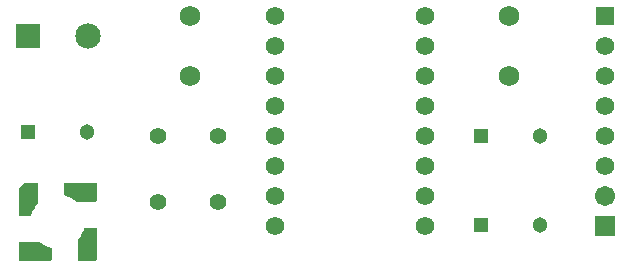
<source format=gts>
G04 Layer_Color=8388736*
%FSLAX44Y44*%
%MOMM*%
G71*
G01*
G75*
%ADD28C,1.5748*%
%ADD29C,2.1532*%
%ADD30R,2.1532X2.1532*%
%ADD31R,1.3032X1.3032*%
%ADD32C,1.3032*%
%ADD33R,1.7032X1.7032*%
%ADD34C,1.7032*%
%ADD35R,1.5732X1.5732*%
%ADD36C,1.5732*%
%ADD37C,1.4032*%
%ADD38C,1.7272*%
G36*
X728093Y579210D02*
X728171Y579194D01*
X728223Y579184D01*
X728223Y579184D01*
D01*
X728230Y579181D01*
X728350Y579141D01*
X728469Y579082D01*
D01*
X728469Y579082D01*
X728506Y579057D01*
X728580Y579008D01*
X728680Y578920D01*
X728680Y578920D01*
X728680Y578920D01*
X728768Y578820D01*
X728817Y578746D01*
X728842Y578709D01*
X728842Y578709D01*
D01*
X728901Y578590D01*
X728941Y578470D01*
X728943Y578464D01*
D01*
X728943Y578464D01*
X728954Y578411D01*
X728969Y578333D01*
X728978Y578200D01*
Y578200D01*
Y578200D01*
X728979Y552200D01*
D01*
D01*
Y552200D01*
X728970Y552067D01*
X728944Y551937D01*
X728901Y551811D01*
X728842Y551691D01*
X728768Y551580D01*
X728691Y551493D01*
X728680Y551480D01*
X728680D01*
Y551480D01*
X728668Y551469D01*
X728580Y551393D01*
X728469Y551319D01*
X728350Y551260D01*
X728224Y551217D01*
X728093Y551191D01*
X727960Y551182D01*
X713960Y551182D01*
D01*
X713960D01*
X713827Y551190D01*
X713697Y551217D01*
X713570Y551259D01*
X713451Y551318D01*
X713340Y551392D01*
X713252Y551469D01*
X713240Y551480D01*
Y551480D01*
X713240D01*
X713229Y551492D01*
X713152Y551580D01*
X713078Y551691D01*
X713019Y551810D01*
X712977Y551936D01*
X712951Y552067D01*
X712942Y552200D01*
Y552200D01*
D01*
X712942Y568325D01*
X712943Y568344D01*
X712943Y568364D01*
X712947Y568411D01*
X712951Y568458D01*
X712954Y568477D01*
X712956Y568497D01*
X712967Y568542D01*
X712977Y568588D01*
X712983Y568607D01*
X712987Y568626D01*
X713004Y568670D01*
X713019Y568714D01*
X713028Y568732D01*
X713035Y568751D01*
X713058Y568792D01*
X713078Y568834D01*
X713089Y568850D01*
X713099Y568868D01*
X713126Y568906D01*
X713152Y568945D01*
X713165Y568959D01*
X713177Y568975D01*
X714049Y570025D01*
X715593Y572257D01*
X716858Y574641D01*
X717840Y577172D01*
X718220Y578483D01*
X718239Y578535D01*
X718257Y578589D01*
X718262Y578598D01*
X718265Y578608D01*
X718291Y578658D01*
X718316Y578708D01*
X718322Y578717D01*
X718326Y578726D01*
X718359Y578773D01*
X718365Y578783D01*
X718390Y578819D01*
X718397Y578827D01*
X718403Y578835D01*
X718440Y578877D01*
X718478Y578919D01*
X718478D01*
Y578919D01*
X718478Y578919D01*
X718486Y578926D01*
X718493Y578934D01*
X718535Y578969D01*
X718578Y579007D01*
X718587Y579013D01*
X718594Y579020D01*
X718642Y579050D01*
X718651Y579056D01*
X718689Y579081D01*
X718689Y579081D01*
D01*
X718692Y579083D01*
X718698Y579086D01*
X718707Y579091D01*
X718757Y579115D01*
X718808Y579140D01*
X718818Y579143D01*
X718827Y579148D01*
X718879Y579164D01*
X718934Y579183D01*
X718945Y579185D01*
X718954Y579188D01*
X719008Y579198D01*
X719065Y579209D01*
X719075Y579210D01*
X719085Y579211D01*
X719140Y579214D01*
X719198Y579218D01*
X727960Y579218D01*
X727960D01*
X727960D01*
X728093Y579210D01*
D02*
G37*
G36*
X680104Y567217D02*
X680124Y567217D01*
X680171Y567213D01*
X680218Y567210D01*
X680237Y567206D01*
X680257Y567203D01*
X680302Y567193D01*
X680348Y567183D01*
X680367Y567177D01*
X680386Y567173D01*
X680430Y567156D01*
X680474Y567141D01*
X680492Y567132D01*
X680511Y567125D01*
X680552Y567102D01*
X680594Y567082D01*
X680610Y567071D01*
X680628Y567061D01*
X680666Y567034D01*
X680705Y567008D01*
X680719Y566995D01*
X680735Y566983D01*
X681785Y566111D01*
X684017Y564567D01*
X686402Y563302D01*
X688932Y562320D01*
X690243Y561940D01*
X690295Y561921D01*
X690349Y561903D01*
X690358Y561898D01*
X690368Y561895D01*
X690418Y561869D01*
X690469Y561844D01*
D01*
X690469Y561844D01*
X690477Y561838D01*
X690486Y561833D01*
X690533Y561801D01*
X690579Y561770D01*
X690587Y561763D01*
X690595Y561757D01*
X690637Y561720D01*
X690679Y561682D01*
X690679Y561682D01*
X690679Y561682D01*
X690686Y561674D01*
X690694Y561668D01*
X690729Y561625D01*
X690767Y561582D01*
X690773Y561573D01*
X690780Y561566D01*
X690810Y561518D01*
X690816Y561509D01*
X690841Y561471D01*
X690841Y561471D01*
D01*
X690846Y561462D01*
X690851Y561453D01*
X690875Y561402D01*
X690900Y561352D01*
X690903Y561342D01*
X690908Y561333D01*
X690925Y561280D01*
X690941Y561233D01*
X690943Y561226D01*
D01*
X690943Y561226D01*
X690945Y561216D01*
X690948Y561206D01*
X690958Y561151D01*
X690969Y561095D01*
X690970Y561085D01*
X690971Y561075D01*
X690974Y561018D01*
X690978Y560962D01*
X690978Y552200D01*
Y552200D01*
Y552200D01*
X690969Y552067D01*
X690954Y551989D01*
X690944Y551936D01*
X690944Y551936D01*
D01*
X690941Y551930D01*
X690901Y551810D01*
X690842Y551691D01*
D01*
X690842Y551691D01*
X690817Y551654D01*
X690768Y551580D01*
X690680Y551480D01*
X690680Y551480D01*
X690680Y551480D01*
X690580Y551392D01*
X690506Y551343D01*
X690469Y551318D01*
X690469Y551318D01*
D01*
X690350Y551259D01*
X690230Y551219D01*
X690224Y551217D01*
D01*
X690223Y551217D01*
X690171Y551206D01*
X690093Y551190D01*
X689960Y551182D01*
X689960D01*
X689960D01*
X663960Y551182D01*
X663827Y551191D01*
X663697Y551217D01*
X663571Y551260D01*
X663451Y551319D01*
X663340Y551393D01*
X663253Y551469D01*
X663240Y551480D01*
Y551480D01*
X663240D01*
X663230Y551493D01*
X663152Y551580D01*
X663079Y551691D01*
X663020Y551811D01*
X662977Y551937D01*
X662951Y552067D01*
X662942Y552200D01*
X662942Y566200D01*
D01*
Y566200D01*
X662951Y566333D01*
X662977Y566464D01*
X663019Y566590D01*
X663078Y566709D01*
X663152Y566820D01*
X663229Y566908D01*
X663240Y566920D01*
X663240D01*
Y566920D01*
X663252Y566931D01*
X663340Y567008D01*
X663451Y567082D01*
X663570Y567141D01*
X663697Y567183D01*
X663827Y567210D01*
X663960Y567218D01*
X663960D01*
D01*
X680085D01*
X680104Y567217D01*
D02*
G37*
G36*
X728093Y617210D02*
X728224Y617184D01*
X728350Y617141D01*
X728469Y617082D01*
X728580Y617008D01*
X728668Y616931D01*
X728680Y616920D01*
Y616920D01*
X728680D01*
X728691Y616908D01*
X728768Y616820D01*
X728842Y616709D01*
X728901Y616590D01*
X728944Y616464D01*
X728970Y616333D01*
X728978Y616200D01*
Y616200D01*
D01*
X728978Y602200D01*
X728969Y602067D01*
X728943Y601936D01*
X728901Y601810D01*
X728842Y601691D01*
X728768Y601580D01*
X728691Y601492D01*
X728680Y601480D01*
X728680D01*
Y601480D01*
X728668Y601469D01*
X728580Y601392D01*
X728469Y601318D01*
X728350Y601259D01*
X728223Y601217D01*
X728093Y601190D01*
X727960Y601182D01*
X711835Y601182D01*
X711815Y601183D01*
X711796Y601183D01*
X711749Y601187D01*
X711702Y601190D01*
X711683Y601194D01*
X711663Y601196D01*
X711618Y601207D01*
X711572Y601217D01*
X711553Y601223D01*
X711534Y601227D01*
X711490Y601244D01*
X711446Y601259D01*
X711428Y601268D01*
X711409Y601275D01*
X711368Y601298D01*
X711326Y601318D01*
X711310Y601329D01*
X711292Y601339D01*
X711254Y601366D01*
X711215Y601392D01*
X711201Y601405D01*
X711184Y601417D01*
X710135Y602289D01*
X707903Y603833D01*
X705519Y605098D01*
X702988Y606080D01*
X701677Y606460D01*
X701625Y606479D01*
X701571Y606497D01*
X701562Y606502D01*
X701552Y606505D01*
X701502Y606531D01*
X701451Y606556D01*
X701443Y606562D01*
X701434Y606566D01*
X701387Y606599D01*
X701341Y606630D01*
X701333Y606637D01*
X701324Y606643D01*
X701283Y606681D01*
X701241Y606718D01*
X701234Y606726D01*
X701226Y606732D01*
X701190Y606775D01*
X701153Y606818D01*
X701147Y606827D01*
X701140Y606834D01*
X701110Y606882D01*
X701079Y606929D01*
X701074Y606938D01*
X701069Y606947D01*
X701045Y606997D01*
X701020Y607048D01*
X701016Y607058D01*
X701012Y607067D01*
X700995Y607120D01*
X700977Y607174D01*
X700975Y607184D01*
X700972Y607194D01*
X700962Y607249D01*
X700951Y607305D01*
X700950Y607315D01*
X700949Y607325D01*
X700946Y607382D01*
X700942Y607438D01*
X700942Y607438D01*
X700942Y616200D01*
Y616200D01*
Y616200D01*
X700950Y616333D01*
X700966Y616411D01*
X700976Y616464D01*
X700976Y616464D01*
D01*
X700979Y616470D01*
X701019Y616590D01*
X701078Y616709D01*
D01*
X701078Y616709D01*
X701103Y616746D01*
X701152Y616820D01*
X701240Y616920D01*
X701240Y616920D01*
X701240Y616920D01*
X701340Y617008D01*
X701414Y617057D01*
X701451Y617082D01*
X701451Y617082D01*
D01*
X701570Y617141D01*
X701690Y617181D01*
X701696Y617183D01*
D01*
X701696Y617183D01*
X701749Y617194D01*
X701827Y617210D01*
X701960Y617218D01*
X701960D01*
X701960D01*
X727960Y617219D01*
D01*
X727960D01*
X728093Y617210D01*
D02*
G37*
G36*
X678093Y617210D02*
X678223Y617183D01*
X678350Y617141D01*
X678469Y617082D01*
X678580Y617008D01*
X678680Y616920D01*
X678768Y616820D01*
X678842Y616709D01*
X678901Y616590D01*
X678943Y616464D01*
X678969Y616333D01*
X678978Y616200D01*
Y600075D01*
X678977Y600059D01*
X678978Y600035D01*
X678975Y600007D01*
X678974Y599980D01*
X678970Y599957D01*
X678969Y599942D01*
X678966Y599927D01*
X678964Y599903D01*
X678957Y599876D01*
X678953Y599848D01*
X678946Y599826D01*
X678943Y599812D01*
X678939Y599797D01*
X678933Y599773D01*
X678923Y599747D01*
X678915Y599720D01*
X678905Y599699D01*
X678901Y599686D01*
X678894Y599672D01*
X678885Y599649D01*
X678872Y599624D01*
X678860Y599599D01*
X678848Y599579D01*
X678842Y599566D01*
X678834Y599554D01*
X678822Y599532D01*
X678805Y599509D01*
X678791Y599485D01*
X678775Y599467D01*
X678768Y599455D01*
X678758Y599445D01*
X678743Y599424D01*
X677871Y598374D01*
X676327Y596143D01*
X675062Y593758D01*
X674080Y591228D01*
X673700Y589917D01*
X673684Y589874D01*
X673663Y589810D01*
X673658Y589799D01*
X673655Y589792D01*
X673635Y589754D01*
X673604Y589691D01*
X673597Y589680D01*
X673594Y589674D01*
X673571Y589641D01*
X673530Y589580D01*
X673521Y589570D01*
X673517Y589565D01*
X673493Y589538D01*
X673442Y589480D01*
X673432Y589471D01*
X673427Y589466D01*
X673402Y589445D01*
X673342Y589392D01*
X673330Y589384D01*
X673326Y589380D01*
X673299Y589363D01*
X673231Y589318D01*
X673218Y589312D01*
X673213Y589309D01*
X673186Y589296D01*
X673112Y589259D01*
X673097Y589254D01*
X673093Y589252D01*
X673066Y589244D01*
X672986Y589216D01*
X672971Y589213D01*
X672966Y589212D01*
X672939Y589207D01*
X672855Y589190D01*
X672840Y589189D01*
X672835Y589189D01*
X672807Y589187D01*
X672722Y589182D01*
X663960D01*
X663827Y589190D01*
X663697Y589216D01*
X663570Y589259D01*
X663451Y589318D01*
X663340Y589392D01*
X663240Y589480D01*
X663152Y589580D01*
X663078Y589691D01*
X663019Y589810D01*
X662977Y589936D01*
X662951Y590067D01*
X662942Y590200D01*
Y612200D01*
X662951Y612333D01*
X662977Y612463D01*
X663019Y612590D01*
X663078Y612709D01*
X663152Y612820D01*
X663240Y612920D01*
X667240Y616920D01*
X667340Y617008D01*
X667451Y617082D01*
X667570Y617141D01*
X667697Y617183D01*
X667827Y617210D01*
X667960Y617218D01*
X677960D01*
X678093Y617210D01*
D02*
G37*
D28*
X880110Y580390D02*
D03*
Y605790D02*
D03*
Y631190D02*
D03*
Y656590D02*
D03*
Y681990D02*
D03*
Y707390D02*
D03*
Y732790D02*
D03*
Y758190D02*
D03*
X1007110D02*
D03*
Y732790D02*
D03*
Y707390D02*
D03*
Y681990D02*
D03*
Y656590D02*
D03*
Y631190D02*
D03*
Y605790D02*
D03*
Y580390D02*
D03*
D29*
X721360Y741680D02*
D03*
D30*
X670560D02*
D03*
D31*
X670960Y660400D02*
D03*
X1054500Y581660D02*
D03*
Y656590D02*
D03*
D32*
X720960Y660400D02*
D03*
X1104500Y581660D02*
D03*
Y656590D02*
D03*
D33*
X1159510Y580390D02*
D03*
D34*
Y605790D02*
D03*
D35*
Y758190D02*
D03*
D36*
Y732790D02*
D03*
Y707390D02*
D03*
Y681990D02*
D03*
Y656590D02*
D03*
Y631190D02*
D03*
D37*
X831850Y656590D02*
D03*
X781050D02*
D03*
X831850Y600710D02*
D03*
X781050D02*
D03*
D38*
X1078230Y758190D02*
D03*
Y707390D02*
D03*
X807720Y758190D02*
D03*
Y707390D02*
D03*
M02*

</source>
